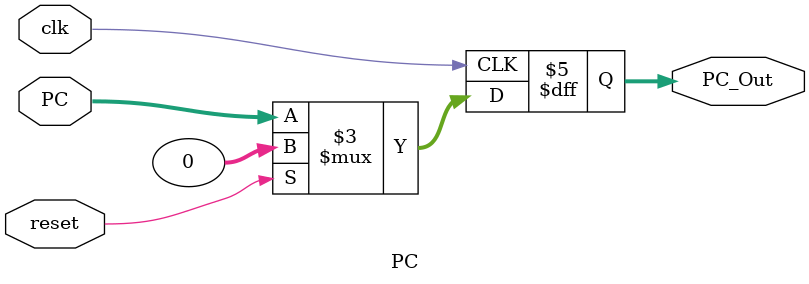
<source format=v>
module PC (input clk,reset,input[31:0] PC,output reg[31:0] PC_Out);
 
 
 
  
always@(posedge clk) begin
    
  if(reset)
           PC_Out <= 0;
  else
           PC_Out <= PC;
    
end
  
endmodule

</source>
